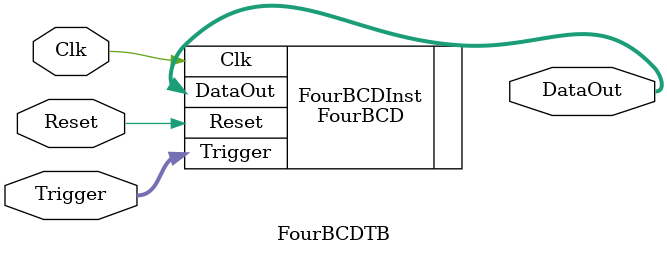
<source format=v>
`timescale 1ns / 1ps


module FourBCDTB (
    input  wire [ 3:0] Trigger,
    input  wire        Clk,
    input  wire        Reset,
    output wire [15:0] DataOut
);
  FourBCD FourBCDInst (
      .Trigger(Trigger),
      .Clk(Clk),
      .Reset(Reset),
      .DataOut(DataOut)
  );

  // cocotb dump waveforms
`ifdef COCOTB_SIM
  initial begin
    $dumpfile("waveform.vcd");  // Name of the dump file
    $dumpvars(0, FourBCDTB);  // Dump all variables for the top module
  end
`endif
endmodule

</source>
